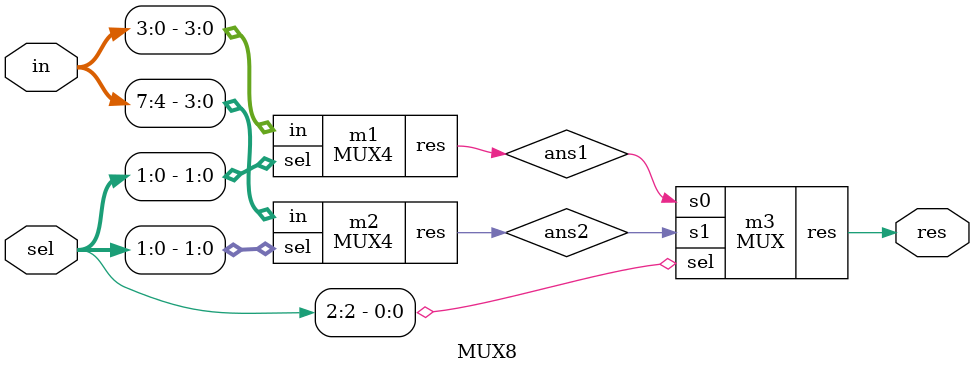
<source format=v>
`timescale 1ns/100ps

module MUX (
    output wire res, 
    input wire  sel, s0, s1
);
    not (selbar, sel);
    and (t0, s0, selbar);
    and (t1, s1, sel);
    or (res, t0, t1);
endmodule

module MUX4 (
    output wire res,
    input wire [1:0] sel,
    input wire [3:0] in
);
    MUX m1(ans1, sel[0], in[0], in[1]);
    MUX m2(ans2, sel[0], in[2], in[3]);
    MUX m3(res, sel[1], ans1, ans2);
endmodule

module MUX8 (
    output wire res,
    input wire [2:0] sel,
    input wire [7:0] in 
);
    MUX4 m1(ans1, sel[1:0], in[3:0]);
    MUX4 m2(ans2, sel[1:0], in[7:4]);
    MUX m3(res, sel[2], ans1, ans2);
endmodule
</source>
